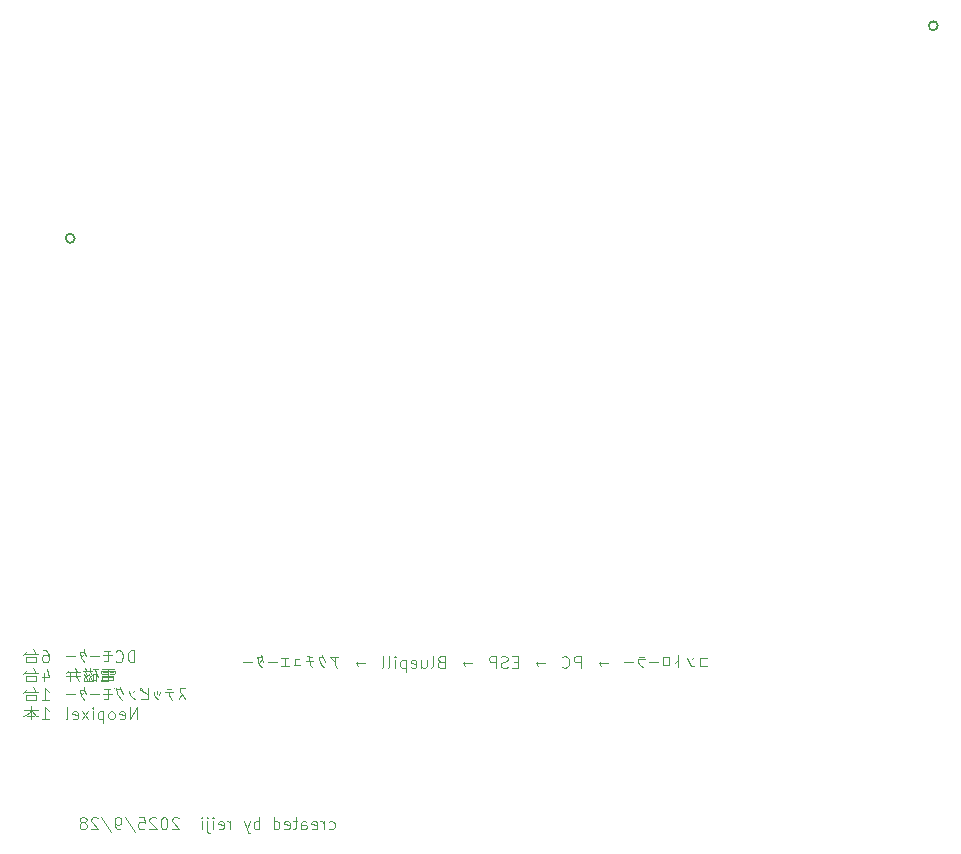
<source format=gbr>
%TF.GenerationSoftware,KiCad,Pcbnew,8.0.8*%
%TF.CreationDate,2025-09-27T22:11:16+09:00*%
%TF.ProjectId,esp_bluepill_board,6573705f-626c-4756-9570-696c6c5f626f,rev?*%
%TF.SameCoordinates,Original*%
%TF.FileFunction,Legend,Bot*%
%TF.FilePolarity,Positive*%
%FSLAX46Y46*%
G04 Gerber Fmt 4.6, Leading zero omitted, Abs format (unit mm)*
G04 Created by KiCad (PCBNEW 8.0.8) date 2025-09-27 22:11:16*
%MOMM*%
%LPD*%
G01*
G04 APERTURE LIST*
%ADD10C,0.100000*%
%ADD11C,0.152400*%
G04 APERTURE END LIST*
D10*
X79696115Y-80665276D02*
X79124687Y-80665276D01*
X79124687Y-80665276D02*
X79124687Y-81331942D01*
X79124687Y-81331942D02*
X79696115Y-81331942D01*
X78648496Y-80617657D02*
X78458020Y-80808133D01*
X78648496Y-81379561D02*
X78410401Y-81331942D01*
X78410401Y-81331942D02*
X78267544Y-81189085D01*
X78267544Y-81189085D02*
X78172306Y-81046228D01*
X78172306Y-81046228D02*
X78077068Y-80712895D01*
X77315163Y-80427180D02*
X77315163Y-81474800D01*
X77315163Y-80855752D02*
X77029449Y-81093847D01*
X76553258Y-80617657D02*
X76553258Y-81284323D01*
X76553258Y-80617657D02*
X75981830Y-80617657D01*
X75981830Y-80617657D02*
X75981830Y-81284323D01*
X75981830Y-81284323D02*
X76553258Y-81284323D01*
X75600877Y-80998609D02*
X74838973Y-80998609D01*
X74410401Y-80570038D02*
X73934211Y-80570038D01*
X74505639Y-80808133D02*
X73886592Y-80808133D01*
X73886592Y-80808133D02*
X73886592Y-81046228D01*
X73886592Y-81046228D02*
X73981830Y-81189085D01*
X73981830Y-81189085D02*
X74124687Y-81331942D01*
X74124687Y-81331942D02*
X74315163Y-81474800D01*
X73505639Y-80998609D02*
X72743735Y-80998609D01*
X71315163Y-81141466D02*
X70553259Y-81141466D01*
X70743735Y-81331942D02*
X70553259Y-81141466D01*
X70553259Y-81141466D02*
X70743735Y-80950990D01*
X69029449Y-81522419D02*
X69029449Y-80522419D01*
X69029449Y-80522419D02*
X68648497Y-80522419D01*
X68648497Y-80522419D02*
X68553259Y-80570038D01*
X68553259Y-80570038D02*
X68505640Y-80617657D01*
X68505640Y-80617657D02*
X68458021Y-80712895D01*
X68458021Y-80712895D02*
X68458021Y-80855752D01*
X68458021Y-80855752D02*
X68505640Y-80950990D01*
X68505640Y-80950990D02*
X68553259Y-80998609D01*
X68553259Y-80998609D02*
X68648497Y-81046228D01*
X68648497Y-81046228D02*
X69029449Y-81046228D01*
X67458021Y-81427180D02*
X67505640Y-81474800D01*
X67505640Y-81474800D02*
X67648497Y-81522419D01*
X67648497Y-81522419D02*
X67743735Y-81522419D01*
X67743735Y-81522419D02*
X67886592Y-81474800D01*
X67886592Y-81474800D02*
X67981830Y-81379561D01*
X67981830Y-81379561D02*
X68029449Y-81284323D01*
X68029449Y-81284323D02*
X68077068Y-81093847D01*
X68077068Y-81093847D02*
X68077068Y-80950990D01*
X68077068Y-80950990D02*
X68029449Y-80760514D01*
X68029449Y-80760514D02*
X67981830Y-80665276D01*
X67981830Y-80665276D02*
X67886592Y-80570038D01*
X67886592Y-80570038D02*
X67743735Y-80522419D01*
X67743735Y-80522419D02*
X67648497Y-80522419D01*
X67648497Y-80522419D02*
X67505640Y-80570038D01*
X67505640Y-80570038D02*
X67458021Y-80617657D01*
X65981830Y-81141466D02*
X65219926Y-81141466D01*
X65410402Y-81331942D02*
X65219926Y-81141466D01*
X65219926Y-81141466D02*
X65410402Y-80950990D01*
X63696116Y-80998609D02*
X63362783Y-80998609D01*
X63219926Y-81522419D02*
X63696116Y-81522419D01*
X63696116Y-81522419D02*
X63696116Y-80522419D01*
X63696116Y-80522419D02*
X63219926Y-80522419D01*
X62838973Y-81474800D02*
X62696116Y-81522419D01*
X62696116Y-81522419D02*
X62458021Y-81522419D01*
X62458021Y-81522419D02*
X62362783Y-81474800D01*
X62362783Y-81474800D02*
X62315164Y-81427180D01*
X62315164Y-81427180D02*
X62267545Y-81331942D01*
X62267545Y-81331942D02*
X62267545Y-81236704D01*
X62267545Y-81236704D02*
X62315164Y-81141466D01*
X62315164Y-81141466D02*
X62362783Y-81093847D01*
X62362783Y-81093847D02*
X62458021Y-81046228D01*
X62458021Y-81046228D02*
X62648497Y-80998609D01*
X62648497Y-80998609D02*
X62743735Y-80950990D01*
X62743735Y-80950990D02*
X62791354Y-80903371D01*
X62791354Y-80903371D02*
X62838973Y-80808133D01*
X62838973Y-80808133D02*
X62838973Y-80712895D01*
X62838973Y-80712895D02*
X62791354Y-80617657D01*
X62791354Y-80617657D02*
X62743735Y-80570038D01*
X62743735Y-80570038D02*
X62648497Y-80522419D01*
X62648497Y-80522419D02*
X62410402Y-80522419D01*
X62410402Y-80522419D02*
X62267545Y-80570038D01*
X61838973Y-81522419D02*
X61838973Y-80522419D01*
X61838973Y-80522419D02*
X61458021Y-80522419D01*
X61458021Y-80522419D02*
X61362783Y-80570038D01*
X61362783Y-80570038D02*
X61315164Y-80617657D01*
X61315164Y-80617657D02*
X61267545Y-80712895D01*
X61267545Y-80712895D02*
X61267545Y-80855752D01*
X61267545Y-80855752D02*
X61315164Y-80950990D01*
X61315164Y-80950990D02*
X61362783Y-80998609D01*
X61362783Y-80998609D02*
X61458021Y-81046228D01*
X61458021Y-81046228D02*
X61838973Y-81046228D01*
X59791354Y-81141466D02*
X59029450Y-81141466D01*
X59219926Y-81331942D02*
X59029450Y-81141466D01*
X59029450Y-81141466D02*
X59219926Y-80950990D01*
X57172307Y-80998609D02*
X57029450Y-81046228D01*
X57029450Y-81046228D02*
X56981831Y-81093847D01*
X56981831Y-81093847D02*
X56934212Y-81189085D01*
X56934212Y-81189085D02*
X56934212Y-81331942D01*
X56934212Y-81331942D02*
X56981831Y-81427180D01*
X56981831Y-81427180D02*
X57029450Y-81474800D01*
X57029450Y-81474800D02*
X57124688Y-81522419D01*
X57124688Y-81522419D02*
X57505640Y-81522419D01*
X57505640Y-81522419D02*
X57505640Y-80522419D01*
X57505640Y-80522419D02*
X57172307Y-80522419D01*
X57172307Y-80522419D02*
X57077069Y-80570038D01*
X57077069Y-80570038D02*
X57029450Y-80617657D01*
X57029450Y-80617657D02*
X56981831Y-80712895D01*
X56981831Y-80712895D02*
X56981831Y-80808133D01*
X56981831Y-80808133D02*
X57029450Y-80903371D01*
X57029450Y-80903371D02*
X57077069Y-80950990D01*
X57077069Y-80950990D02*
X57172307Y-80998609D01*
X57172307Y-80998609D02*
X57505640Y-80998609D01*
X56362783Y-81522419D02*
X56458021Y-81474800D01*
X56458021Y-81474800D02*
X56505640Y-81379561D01*
X56505640Y-81379561D02*
X56505640Y-80522419D01*
X55553259Y-80855752D02*
X55553259Y-81522419D01*
X55981830Y-80855752D02*
X55981830Y-81379561D01*
X55981830Y-81379561D02*
X55934211Y-81474800D01*
X55934211Y-81474800D02*
X55838973Y-81522419D01*
X55838973Y-81522419D02*
X55696116Y-81522419D01*
X55696116Y-81522419D02*
X55600878Y-81474800D01*
X55600878Y-81474800D02*
X55553259Y-81427180D01*
X54696116Y-81474800D02*
X54791354Y-81522419D01*
X54791354Y-81522419D02*
X54981830Y-81522419D01*
X54981830Y-81522419D02*
X55077068Y-81474800D01*
X55077068Y-81474800D02*
X55124687Y-81379561D01*
X55124687Y-81379561D02*
X55124687Y-80998609D01*
X55124687Y-80998609D02*
X55077068Y-80903371D01*
X55077068Y-80903371D02*
X54981830Y-80855752D01*
X54981830Y-80855752D02*
X54791354Y-80855752D01*
X54791354Y-80855752D02*
X54696116Y-80903371D01*
X54696116Y-80903371D02*
X54648497Y-80998609D01*
X54648497Y-80998609D02*
X54648497Y-81093847D01*
X54648497Y-81093847D02*
X55124687Y-81189085D01*
X54219925Y-80855752D02*
X54219925Y-81855752D01*
X54219925Y-80903371D02*
X54124687Y-80855752D01*
X54124687Y-80855752D02*
X53934211Y-80855752D01*
X53934211Y-80855752D02*
X53838973Y-80903371D01*
X53838973Y-80903371D02*
X53791354Y-80950990D01*
X53791354Y-80950990D02*
X53743735Y-81046228D01*
X53743735Y-81046228D02*
X53743735Y-81331942D01*
X53743735Y-81331942D02*
X53791354Y-81427180D01*
X53791354Y-81427180D02*
X53838973Y-81474800D01*
X53838973Y-81474800D02*
X53934211Y-81522419D01*
X53934211Y-81522419D02*
X54124687Y-81522419D01*
X54124687Y-81522419D02*
X54219925Y-81474800D01*
X53315163Y-81522419D02*
X53315163Y-80855752D01*
X53315163Y-80522419D02*
X53362782Y-80570038D01*
X53362782Y-80570038D02*
X53315163Y-80617657D01*
X53315163Y-80617657D02*
X53267544Y-80570038D01*
X53267544Y-80570038D02*
X53315163Y-80522419D01*
X53315163Y-80522419D02*
X53315163Y-80617657D01*
X52696116Y-81522419D02*
X52791354Y-81474800D01*
X52791354Y-81474800D02*
X52838973Y-81379561D01*
X52838973Y-81379561D02*
X52838973Y-80522419D01*
X52172306Y-81522419D02*
X52267544Y-81474800D01*
X52267544Y-81474800D02*
X52315163Y-81379561D01*
X52315163Y-81379561D02*
X52315163Y-80522419D01*
X50743734Y-81141466D02*
X49981830Y-81141466D01*
X50172306Y-81331942D02*
X49981830Y-81141466D01*
X49981830Y-81141466D02*
X50172306Y-80950990D01*
X48505639Y-80570038D02*
X47838973Y-80570038D01*
X47838973Y-80570038D02*
X47886592Y-80665276D01*
X47886592Y-80665276D02*
X47981830Y-80808133D01*
X47981830Y-80808133D02*
X48124687Y-80903371D01*
X48219925Y-80712895D02*
X48219925Y-81046228D01*
X48219925Y-81046228D02*
X48219925Y-81141466D01*
X48219925Y-81141466D02*
X48267544Y-81284323D01*
X48267544Y-81284323D02*
X48362782Y-81522419D01*
X47172306Y-80427180D02*
X47219925Y-80665276D01*
X47219925Y-80665276D02*
X47315163Y-80808133D01*
X47315163Y-80808133D02*
X47410401Y-80998609D01*
X47172306Y-80617657D02*
X46886592Y-80617657D01*
X46886592Y-80617657D02*
X46886592Y-80808133D01*
X46886592Y-80808133D02*
X46934211Y-80998609D01*
X46934211Y-80998609D02*
X47029449Y-81189085D01*
X47029449Y-81189085D02*
X47124687Y-81331942D01*
X47124687Y-81331942D02*
X47315163Y-81474800D01*
X46410401Y-80903371D02*
X45743735Y-80903371D01*
X45886592Y-80474800D02*
X45981830Y-80522419D01*
X45981830Y-80522419D02*
X46124687Y-80570038D01*
X46124687Y-80570038D02*
X46315163Y-80617657D01*
X46029449Y-80570038D02*
X46029449Y-80855752D01*
X46029449Y-80855752D02*
X46077068Y-81046228D01*
X46077068Y-81046228D02*
X46124687Y-81236704D01*
X46124687Y-81236704D02*
X46172306Y-81331942D01*
X46172306Y-81331942D02*
X46315163Y-81474800D01*
X45172306Y-80808133D02*
X44886592Y-80808133D01*
X44886592Y-80808133D02*
X44886592Y-81284323D01*
X45267544Y-81284323D02*
X44743735Y-81284323D01*
X44267544Y-80665276D02*
X43696116Y-80665276D01*
X44315163Y-81331942D02*
X43648497Y-81331942D01*
X43981830Y-80665276D02*
X43981830Y-81331942D01*
X43315163Y-80998609D02*
X42553259Y-80998609D01*
X42029449Y-80808133D02*
X41791354Y-81093847D01*
X41981830Y-80427180D02*
X42029449Y-80617657D01*
X42029449Y-80617657D02*
X42077068Y-80808133D01*
X42077068Y-80808133D02*
X42172306Y-80998609D01*
X41981830Y-80617657D02*
X41648497Y-80617657D01*
X41648497Y-80617657D02*
X41696116Y-80808133D01*
X41696116Y-80808133D02*
X41743735Y-80998609D01*
X41743735Y-80998609D02*
X41791354Y-81189085D01*
X41791354Y-81189085D02*
X41886592Y-81331942D01*
X41886592Y-81331942D02*
X42029449Y-81474800D01*
X41219925Y-80998609D02*
X40458021Y-80998609D01*
X31239597Y-81042587D02*
X31239597Y-80042587D01*
X31239597Y-80042587D02*
X31001502Y-80042587D01*
X31001502Y-80042587D02*
X30858645Y-80090206D01*
X30858645Y-80090206D02*
X30763407Y-80185444D01*
X30763407Y-80185444D02*
X30715788Y-80280682D01*
X30715788Y-80280682D02*
X30668169Y-80471158D01*
X30668169Y-80471158D02*
X30668169Y-80614015D01*
X30668169Y-80614015D02*
X30715788Y-80804491D01*
X30715788Y-80804491D02*
X30763407Y-80899729D01*
X30763407Y-80899729D02*
X30858645Y-80994968D01*
X30858645Y-80994968D02*
X31001502Y-81042587D01*
X31001502Y-81042587D02*
X31239597Y-81042587D01*
X29668169Y-80947348D02*
X29715788Y-80994968D01*
X29715788Y-80994968D02*
X29858645Y-81042587D01*
X29858645Y-81042587D02*
X29953883Y-81042587D01*
X29953883Y-81042587D02*
X30096740Y-80994968D01*
X30096740Y-80994968D02*
X30191978Y-80899729D01*
X30191978Y-80899729D02*
X30239597Y-80804491D01*
X30239597Y-80804491D02*
X30287216Y-80614015D01*
X30287216Y-80614015D02*
X30287216Y-80471158D01*
X30287216Y-80471158D02*
X30239597Y-80280682D01*
X30239597Y-80280682D02*
X30191978Y-80185444D01*
X30191978Y-80185444D02*
X30096740Y-80090206D01*
X30096740Y-80090206D02*
X29953883Y-80042587D01*
X29953883Y-80042587D02*
X29858645Y-80042587D01*
X29858645Y-80042587D02*
X29715788Y-80090206D01*
X29715788Y-80090206D02*
X29668169Y-80137825D01*
X29191978Y-80090206D02*
X28715788Y-80090206D01*
X29334835Y-80471158D02*
X28572931Y-80471158D01*
X29001502Y-80090206D02*
X29001502Y-80947348D01*
X29001502Y-80947348D02*
X28715788Y-80947348D01*
X28287216Y-80518777D02*
X27525312Y-80518777D01*
X27001502Y-80328301D02*
X26763407Y-80614015D01*
X26953883Y-79947348D02*
X27001502Y-80137825D01*
X27001502Y-80137825D02*
X27049121Y-80328301D01*
X27049121Y-80328301D02*
X27144359Y-80518777D01*
X26953883Y-80137825D02*
X26620550Y-80137825D01*
X26620550Y-80137825D02*
X26668169Y-80328301D01*
X26668169Y-80328301D02*
X26715788Y-80518777D01*
X26715788Y-80518777D02*
X26763407Y-80709253D01*
X26763407Y-80709253D02*
X26858645Y-80852110D01*
X26858645Y-80852110D02*
X27001502Y-80994968D01*
X26191978Y-80518777D02*
X25430074Y-80518777D01*
X23525312Y-80042587D02*
X23715788Y-80042587D01*
X23715788Y-80042587D02*
X23811026Y-80090206D01*
X23811026Y-80090206D02*
X23858645Y-80137825D01*
X23858645Y-80137825D02*
X23953883Y-80280682D01*
X23953883Y-80280682D02*
X24001502Y-80471158D01*
X24001502Y-80471158D02*
X24001502Y-80852110D01*
X24001502Y-80852110D02*
X23953883Y-80947348D01*
X23953883Y-80947348D02*
X23906264Y-80994968D01*
X23906264Y-80994968D02*
X23811026Y-81042587D01*
X23811026Y-81042587D02*
X23620550Y-81042587D01*
X23620550Y-81042587D02*
X23525312Y-80994968D01*
X23525312Y-80994968D02*
X23477693Y-80947348D01*
X23477693Y-80947348D02*
X23430074Y-80852110D01*
X23430074Y-80852110D02*
X23430074Y-80614015D01*
X23430074Y-80614015D02*
X23477693Y-80518777D01*
X23477693Y-80518777D02*
X23525312Y-80471158D01*
X23525312Y-80471158D02*
X23620550Y-80423539D01*
X23620550Y-80423539D02*
X23811026Y-80423539D01*
X23811026Y-80423539D02*
X23906264Y-80471158D01*
X23906264Y-80471158D02*
X23953883Y-80518777D01*
X23953883Y-80518777D02*
X24001502Y-80614015D01*
X23049121Y-80328301D02*
X21953883Y-80328301D01*
X22906264Y-80994968D02*
X22049121Y-80994968D01*
X22906264Y-80566396D02*
X22906264Y-81042587D01*
X22906264Y-80566396D02*
X22049121Y-80566396D01*
X22049121Y-80566396D02*
X22049121Y-81042587D01*
X22191979Y-80090206D02*
X21858645Y-80423539D01*
X22668169Y-79947348D02*
X22906264Y-80328301D01*
X29525310Y-81604912D02*
X28525310Y-81604912D01*
X29477691Y-81890626D02*
X29191977Y-81890626D01*
X28906263Y-81890626D02*
X28572929Y-81890626D01*
X29525310Y-82033483D02*
X29191977Y-82033483D01*
X28906263Y-82033483D02*
X28525310Y-82033483D01*
X29477691Y-82319197D02*
X28525310Y-82319197D01*
X29477691Y-82509673D02*
X28525310Y-82509673D01*
X29001501Y-82652531D02*
X28430072Y-82652531D01*
X29620548Y-81747769D02*
X29620548Y-81938245D01*
X29477691Y-82176340D02*
X29477691Y-82557292D01*
X29049120Y-81604912D02*
X29049120Y-82081102D01*
X29001501Y-82176340D02*
X29001501Y-82652531D01*
X29477691Y-82176340D02*
X28525310Y-82176340D01*
X28525310Y-82176340D02*
X28525310Y-82509673D01*
X29620548Y-81747769D02*
X28430072Y-81747769D01*
X28430072Y-81747769D02*
X28430072Y-81938245D01*
X28382453Y-82509673D02*
X28430072Y-82652531D01*
X28144358Y-81604912D02*
X27715787Y-81604912D01*
X27668168Y-81747769D02*
X26906263Y-81747769D01*
X28001501Y-82509673D02*
X27763406Y-82509673D01*
X28001501Y-81890626D02*
X28001501Y-82604912D01*
X28049120Y-82033483D02*
X27763406Y-82033483D01*
X27763406Y-82033483D02*
X27763406Y-82509673D01*
X27668168Y-82081102D02*
X27477692Y-82271578D01*
X27287216Y-82128721D02*
X27096739Y-82319197D01*
X27525311Y-81509673D02*
X27477692Y-81700150D01*
X27096739Y-81843007D02*
X27239597Y-82128721D01*
X27001501Y-82033483D02*
X27287216Y-82604912D01*
X27477692Y-81843007D02*
X27620549Y-82128721D01*
X27382454Y-82033483D02*
X27668168Y-82604912D01*
X27096739Y-81509673D02*
X27144358Y-81700150D01*
X27953882Y-81700150D02*
X28144358Y-82271578D01*
X27953882Y-81652531D02*
X28096739Y-82176340D01*
X27430073Y-82414435D02*
X27382454Y-82604912D01*
X27382454Y-82604912D02*
X27715787Y-82604912D01*
X27001501Y-82414435D02*
X26953882Y-82604912D01*
X26953882Y-82604912D02*
X27287216Y-82604912D01*
X26620549Y-81843007D02*
X25525311Y-81843007D01*
X26668168Y-82176340D02*
X25430073Y-82176340D01*
X25763407Y-81938245D02*
X25763407Y-82652531D01*
X25715787Y-81700150D02*
X25477692Y-81938245D01*
X26239597Y-81557292D02*
X26430073Y-81843007D01*
X26287216Y-81890626D02*
X26287216Y-82176340D01*
X26287216Y-82176340D02*
X26382454Y-82414435D01*
X26382454Y-82414435D02*
X26572930Y-82652531D01*
X23572931Y-81985864D02*
X23572931Y-82652531D01*
X23811026Y-81604912D02*
X24049121Y-82319197D01*
X24049121Y-82319197D02*
X23430074Y-82319197D01*
X23049121Y-81938245D02*
X21953883Y-81938245D01*
X22906264Y-82604912D02*
X22049121Y-82604912D01*
X22906264Y-82176340D02*
X22906264Y-82652531D01*
X22906264Y-82176340D02*
X22049121Y-82176340D01*
X22049121Y-82176340D02*
X22049121Y-82652531D01*
X22191979Y-81700150D02*
X21858645Y-82033483D01*
X22668169Y-81557292D02*
X22906264Y-81938245D01*
X35525311Y-83262475D02*
X35096740Y-83262475D01*
X35096740Y-83262475D02*
X35144359Y-83548189D01*
X35144359Y-83548189D02*
X35239597Y-83738665D01*
X35239597Y-83738665D02*
X35334835Y-83881522D01*
X35334835Y-83881522D02*
X35430073Y-84024379D01*
X35430073Y-84024379D02*
X35572930Y-84167236D01*
X35239597Y-83786284D02*
X35144359Y-83929141D01*
X35144359Y-83929141D02*
X35001502Y-84167236D01*
X34382454Y-83310094D02*
X34001502Y-83310094D01*
X34525311Y-83595808D02*
X33858645Y-83595808D01*
X34191978Y-83595808D02*
X34191978Y-83833903D01*
X34191978Y-83833903D02*
X34287216Y-84024379D01*
X34287216Y-84024379D02*
X34430073Y-84214856D01*
X33430073Y-83548189D02*
X33334835Y-83786284D01*
X33191978Y-83500570D02*
X33144359Y-83738665D01*
X32906264Y-83548189D02*
X32906264Y-83786284D01*
X32906264Y-83786284D02*
X32953883Y-83929141D01*
X32953883Y-83929141D02*
X33096740Y-84071998D01*
X33096740Y-84071998D02*
X33239597Y-84167236D01*
X32382454Y-83262475D02*
X32382454Y-84167236D01*
X32382454Y-84167236D02*
X31811026Y-84167236D01*
X31858645Y-83452951D02*
X32049121Y-83595808D01*
X32049121Y-83595808D02*
X32191978Y-83643427D01*
X32191978Y-83643427D02*
X32334835Y-83691046D01*
X31811026Y-83262475D02*
X31763407Y-83262475D01*
X31763407Y-83262475D02*
X31715788Y-83310094D01*
X31715788Y-83310094D02*
X31715788Y-83357713D01*
X31715788Y-83357713D02*
X31763407Y-83405332D01*
X31763407Y-83405332D02*
X31811026Y-83405332D01*
X31811026Y-83405332D02*
X31858645Y-83357713D01*
X31858645Y-83357713D02*
X31858645Y-83310094D01*
X31858645Y-83310094D02*
X31811026Y-83262475D01*
X31334835Y-83357713D02*
X31144359Y-83548189D01*
X31334835Y-84119617D02*
X31096740Y-84071998D01*
X31096740Y-84071998D02*
X30953883Y-83929141D01*
X30953883Y-83929141D02*
X30858645Y-83786284D01*
X30858645Y-83786284D02*
X30763407Y-83452951D01*
X30049121Y-83167236D02*
X30096740Y-83405332D01*
X30096740Y-83405332D02*
X30191978Y-83548189D01*
X30191978Y-83548189D02*
X30287216Y-83691046D01*
X30049121Y-83310094D02*
X29715788Y-83310094D01*
X29715788Y-83310094D02*
X29763407Y-83548189D01*
X29763407Y-83548189D02*
X29811026Y-83738665D01*
X29811026Y-83738665D02*
X29906264Y-83929141D01*
X29906264Y-83929141D02*
X30001502Y-84071998D01*
X30001502Y-84071998D02*
X30191978Y-84214856D01*
X29763407Y-83167236D02*
X29668169Y-83262475D01*
X29620550Y-83119617D02*
X29525312Y-83214856D01*
X29191978Y-83310094D02*
X28715788Y-83310094D01*
X29334835Y-83691046D02*
X28572931Y-83691046D01*
X29001502Y-83310094D02*
X29001502Y-84167236D01*
X29001502Y-84167236D02*
X28715788Y-84167236D01*
X28287216Y-83738665D02*
X27525312Y-83738665D01*
X27001502Y-83548189D02*
X26763407Y-83833903D01*
X26953883Y-83167236D02*
X27001502Y-83357713D01*
X27001502Y-83357713D02*
X27049121Y-83548189D01*
X27049121Y-83548189D02*
X27144359Y-83738665D01*
X26953883Y-83357713D02*
X26620550Y-83357713D01*
X26620550Y-83357713D02*
X26668169Y-83548189D01*
X26668169Y-83548189D02*
X26715788Y-83738665D01*
X26715788Y-83738665D02*
X26763407Y-83929141D01*
X26763407Y-83929141D02*
X26858645Y-84071998D01*
X26858645Y-84071998D02*
X27001502Y-84214856D01*
X26191978Y-83738665D02*
X25430074Y-83738665D01*
X23430074Y-84262475D02*
X24001502Y-84262475D01*
X23715788Y-84262475D02*
X23715788Y-83262475D01*
X23715788Y-83262475D02*
X23811026Y-83405332D01*
X23811026Y-83405332D02*
X23906264Y-83500570D01*
X23906264Y-83500570D02*
X24001502Y-83548189D01*
X23049121Y-83548189D02*
X21953883Y-83548189D01*
X22906264Y-84214856D02*
X22049121Y-84214856D01*
X22906264Y-83786284D02*
X22906264Y-84262475D01*
X22906264Y-83786284D02*
X22049121Y-83786284D01*
X22049121Y-83786284D02*
X22049121Y-84262475D01*
X22191979Y-83310094D02*
X21858645Y-83643427D01*
X22668169Y-83167236D02*
X22906264Y-83548189D01*
X31430074Y-85872419D02*
X31430074Y-84872419D01*
X31430074Y-84872419D02*
X30858646Y-85872419D01*
X30858646Y-85872419D02*
X30858646Y-84872419D01*
X30001503Y-85824800D02*
X30096741Y-85872419D01*
X30096741Y-85872419D02*
X30287217Y-85872419D01*
X30287217Y-85872419D02*
X30382455Y-85824800D01*
X30382455Y-85824800D02*
X30430074Y-85729561D01*
X30430074Y-85729561D02*
X30430074Y-85348609D01*
X30430074Y-85348609D02*
X30382455Y-85253371D01*
X30382455Y-85253371D02*
X30287217Y-85205752D01*
X30287217Y-85205752D02*
X30096741Y-85205752D01*
X30096741Y-85205752D02*
X30001503Y-85253371D01*
X30001503Y-85253371D02*
X29953884Y-85348609D01*
X29953884Y-85348609D02*
X29953884Y-85443847D01*
X29953884Y-85443847D02*
X30430074Y-85539085D01*
X29382455Y-85872419D02*
X29477693Y-85824800D01*
X29477693Y-85824800D02*
X29525312Y-85777180D01*
X29525312Y-85777180D02*
X29572931Y-85681942D01*
X29572931Y-85681942D02*
X29572931Y-85396228D01*
X29572931Y-85396228D02*
X29525312Y-85300990D01*
X29525312Y-85300990D02*
X29477693Y-85253371D01*
X29477693Y-85253371D02*
X29382455Y-85205752D01*
X29382455Y-85205752D02*
X29239598Y-85205752D01*
X29239598Y-85205752D02*
X29144360Y-85253371D01*
X29144360Y-85253371D02*
X29096741Y-85300990D01*
X29096741Y-85300990D02*
X29049122Y-85396228D01*
X29049122Y-85396228D02*
X29049122Y-85681942D01*
X29049122Y-85681942D02*
X29096741Y-85777180D01*
X29096741Y-85777180D02*
X29144360Y-85824800D01*
X29144360Y-85824800D02*
X29239598Y-85872419D01*
X29239598Y-85872419D02*
X29382455Y-85872419D01*
X28620550Y-85205752D02*
X28620550Y-86205752D01*
X28620550Y-85253371D02*
X28525312Y-85205752D01*
X28525312Y-85205752D02*
X28334836Y-85205752D01*
X28334836Y-85205752D02*
X28239598Y-85253371D01*
X28239598Y-85253371D02*
X28191979Y-85300990D01*
X28191979Y-85300990D02*
X28144360Y-85396228D01*
X28144360Y-85396228D02*
X28144360Y-85681942D01*
X28144360Y-85681942D02*
X28191979Y-85777180D01*
X28191979Y-85777180D02*
X28239598Y-85824800D01*
X28239598Y-85824800D02*
X28334836Y-85872419D01*
X28334836Y-85872419D02*
X28525312Y-85872419D01*
X28525312Y-85872419D02*
X28620550Y-85824800D01*
X27715788Y-85872419D02*
X27715788Y-85205752D01*
X27715788Y-84872419D02*
X27763407Y-84920038D01*
X27763407Y-84920038D02*
X27715788Y-84967657D01*
X27715788Y-84967657D02*
X27668169Y-84920038D01*
X27668169Y-84920038D02*
X27715788Y-84872419D01*
X27715788Y-84872419D02*
X27715788Y-84967657D01*
X27334836Y-85872419D02*
X26811027Y-85205752D01*
X27334836Y-85205752D02*
X26811027Y-85872419D01*
X26049122Y-85824800D02*
X26144360Y-85872419D01*
X26144360Y-85872419D02*
X26334836Y-85872419D01*
X26334836Y-85872419D02*
X26430074Y-85824800D01*
X26430074Y-85824800D02*
X26477693Y-85729561D01*
X26477693Y-85729561D02*
X26477693Y-85348609D01*
X26477693Y-85348609D02*
X26430074Y-85253371D01*
X26430074Y-85253371D02*
X26334836Y-85205752D01*
X26334836Y-85205752D02*
X26144360Y-85205752D01*
X26144360Y-85205752D02*
X26049122Y-85253371D01*
X26049122Y-85253371D02*
X26001503Y-85348609D01*
X26001503Y-85348609D02*
X26001503Y-85443847D01*
X26001503Y-85443847D02*
X26477693Y-85539085D01*
X25430074Y-85872419D02*
X25525312Y-85824800D01*
X25525312Y-85824800D02*
X25572931Y-85729561D01*
X25572931Y-85729561D02*
X25572931Y-84872419D01*
X23430074Y-85872419D02*
X24001502Y-85872419D01*
X23715788Y-85872419D02*
X23715788Y-84872419D01*
X23715788Y-84872419D02*
X23811026Y-85015276D01*
X23811026Y-85015276D02*
X23906264Y-85110514D01*
X23906264Y-85110514D02*
X24001502Y-85158133D01*
X23049121Y-85062895D02*
X21906264Y-85062895D01*
X22763407Y-85634323D02*
X22191979Y-85634323D01*
X22477693Y-84729561D02*
X22477693Y-85872419D01*
X22477693Y-85062895D02*
X22572931Y-85205752D01*
X22572931Y-85205752D02*
X22953883Y-85586704D01*
X22953883Y-85586704D02*
X23096740Y-85634323D01*
X22477693Y-85062895D02*
X22382455Y-85253371D01*
X22382455Y-85253371D02*
X22049121Y-85539085D01*
X22049121Y-85539085D02*
X21858645Y-85634323D01*
X47717544Y-95124800D02*
X47812782Y-95172419D01*
X47812782Y-95172419D02*
X48003258Y-95172419D01*
X48003258Y-95172419D02*
X48098496Y-95124800D01*
X48098496Y-95124800D02*
X48146115Y-95077180D01*
X48146115Y-95077180D02*
X48193734Y-94981942D01*
X48193734Y-94981942D02*
X48193734Y-94696228D01*
X48193734Y-94696228D02*
X48146115Y-94600990D01*
X48146115Y-94600990D02*
X48098496Y-94553371D01*
X48098496Y-94553371D02*
X48003258Y-94505752D01*
X48003258Y-94505752D02*
X47812782Y-94505752D01*
X47812782Y-94505752D02*
X47717544Y-94553371D01*
X47288972Y-95172419D02*
X47288972Y-94505752D01*
X47288972Y-94696228D02*
X47241353Y-94600990D01*
X47241353Y-94600990D02*
X47193734Y-94553371D01*
X47193734Y-94553371D02*
X47098496Y-94505752D01*
X47098496Y-94505752D02*
X47003258Y-94505752D01*
X46288972Y-95124800D02*
X46384210Y-95172419D01*
X46384210Y-95172419D02*
X46574686Y-95172419D01*
X46574686Y-95172419D02*
X46669924Y-95124800D01*
X46669924Y-95124800D02*
X46717543Y-95029561D01*
X46717543Y-95029561D02*
X46717543Y-94648609D01*
X46717543Y-94648609D02*
X46669924Y-94553371D01*
X46669924Y-94553371D02*
X46574686Y-94505752D01*
X46574686Y-94505752D02*
X46384210Y-94505752D01*
X46384210Y-94505752D02*
X46288972Y-94553371D01*
X46288972Y-94553371D02*
X46241353Y-94648609D01*
X46241353Y-94648609D02*
X46241353Y-94743847D01*
X46241353Y-94743847D02*
X46717543Y-94839085D01*
X45384210Y-95172419D02*
X45384210Y-94648609D01*
X45384210Y-94648609D02*
X45431829Y-94553371D01*
X45431829Y-94553371D02*
X45527067Y-94505752D01*
X45527067Y-94505752D02*
X45717543Y-94505752D01*
X45717543Y-94505752D02*
X45812781Y-94553371D01*
X45384210Y-95124800D02*
X45479448Y-95172419D01*
X45479448Y-95172419D02*
X45717543Y-95172419D01*
X45717543Y-95172419D02*
X45812781Y-95124800D01*
X45812781Y-95124800D02*
X45860400Y-95029561D01*
X45860400Y-95029561D02*
X45860400Y-94934323D01*
X45860400Y-94934323D02*
X45812781Y-94839085D01*
X45812781Y-94839085D02*
X45717543Y-94791466D01*
X45717543Y-94791466D02*
X45479448Y-94791466D01*
X45479448Y-94791466D02*
X45384210Y-94743847D01*
X45050876Y-94505752D02*
X44669924Y-94505752D01*
X44908019Y-94172419D02*
X44908019Y-95029561D01*
X44908019Y-95029561D02*
X44860400Y-95124800D01*
X44860400Y-95124800D02*
X44765162Y-95172419D01*
X44765162Y-95172419D02*
X44669924Y-95172419D01*
X43955638Y-95124800D02*
X44050876Y-95172419D01*
X44050876Y-95172419D02*
X44241352Y-95172419D01*
X44241352Y-95172419D02*
X44336590Y-95124800D01*
X44336590Y-95124800D02*
X44384209Y-95029561D01*
X44384209Y-95029561D02*
X44384209Y-94648609D01*
X44384209Y-94648609D02*
X44336590Y-94553371D01*
X44336590Y-94553371D02*
X44241352Y-94505752D01*
X44241352Y-94505752D02*
X44050876Y-94505752D01*
X44050876Y-94505752D02*
X43955638Y-94553371D01*
X43955638Y-94553371D02*
X43908019Y-94648609D01*
X43908019Y-94648609D02*
X43908019Y-94743847D01*
X43908019Y-94743847D02*
X44384209Y-94839085D01*
X43050876Y-95172419D02*
X43050876Y-94172419D01*
X43050876Y-95124800D02*
X43146114Y-95172419D01*
X43146114Y-95172419D02*
X43336590Y-95172419D01*
X43336590Y-95172419D02*
X43431828Y-95124800D01*
X43431828Y-95124800D02*
X43479447Y-95077180D01*
X43479447Y-95077180D02*
X43527066Y-94981942D01*
X43527066Y-94981942D02*
X43527066Y-94696228D01*
X43527066Y-94696228D02*
X43479447Y-94600990D01*
X43479447Y-94600990D02*
X43431828Y-94553371D01*
X43431828Y-94553371D02*
X43336590Y-94505752D01*
X43336590Y-94505752D02*
X43146114Y-94505752D01*
X43146114Y-94505752D02*
X43050876Y-94553371D01*
X41812780Y-95172419D02*
X41812780Y-94172419D01*
X41812780Y-94553371D02*
X41717542Y-94505752D01*
X41717542Y-94505752D02*
X41527066Y-94505752D01*
X41527066Y-94505752D02*
X41431828Y-94553371D01*
X41431828Y-94553371D02*
X41384209Y-94600990D01*
X41384209Y-94600990D02*
X41336590Y-94696228D01*
X41336590Y-94696228D02*
X41336590Y-94981942D01*
X41336590Y-94981942D02*
X41384209Y-95077180D01*
X41384209Y-95077180D02*
X41431828Y-95124800D01*
X41431828Y-95124800D02*
X41527066Y-95172419D01*
X41527066Y-95172419D02*
X41717542Y-95172419D01*
X41717542Y-95172419D02*
X41812780Y-95124800D01*
X41003256Y-94505752D02*
X40765161Y-95172419D01*
X40527066Y-94505752D02*
X40765161Y-95172419D01*
X40765161Y-95172419D02*
X40860399Y-95410514D01*
X40860399Y-95410514D02*
X40908018Y-95458133D01*
X40908018Y-95458133D02*
X41003256Y-95505752D01*
X39384208Y-95172419D02*
X39384208Y-94505752D01*
X39384208Y-94696228D02*
X39336589Y-94600990D01*
X39336589Y-94600990D02*
X39288970Y-94553371D01*
X39288970Y-94553371D02*
X39193732Y-94505752D01*
X39193732Y-94505752D02*
X39098494Y-94505752D01*
X38384208Y-95124800D02*
X38479446Y-95172419D01*
X38479446Y-95172419D02*
X38669922Y-95172419D01*
X38669922Y-95172419D02*
X38765160Y-95124800D01*
X38765160Y-95124800D02*
X38812779Y-95029561D01*
X38812779Y-95029561D02*
X38812779Y-94648609D01*
X38812779Y-94648609D02*
X38765160Y-94553371D01*
X38765160Y-94553371D02*
X38669922Y-94505752D01*
X38669922Y-94505752D02*
X38479446Y-94505752D01*
X38479446Y-94505752D02*
X38384208Y-94553371D01*
X38384208Y-94553371D02*
X38336589Y-94648609D01*
X38336589Y-94648609D02*
X38336589Y-94743847D01*
X38336589Y-94743847D02*
X38812779Y-94839085D01*
X37908017Y-95172419D02*
X37908017Y-94505752D01*
X37908017Y-94172419D02*
X37955636Y-94220038D01*
X37955636Y-94220038D02*
X37908017Y-94267657D01*
X37908017Y-94267657D02*
X37860398Y-94220038D01*
X37860398Y-94220038D02*
X37908017Y-94172419D01*
X37908017Y-94172419D02*
X37908017Y-94267657D01*
X37431827Y-94505752D02*
X37431827Y-95362895D01*
X37431827Y-95362895D02*
X37479446Y-95458133D01*
X37479446Y-95458133D02*
X37574684Y-95505752D01*
X37574684Y-95505752D02*
X37622303Y-95505752D01*
X37431827Y-94172419D02*
X37479446Y-94220038D01*
X37479446Y-94220038D02*
X37431827Y-94267657D01*
X37431827Y-94267657D02*
X37384208Y-94220038D01*
X37384208Y-94220038D02*
X37431827Y-94172419D01*
X37431827Y-94172419D02*
X37431827Y-94267657D01*
X36955637Y-95172419D02*
X36955637Y-94505752D01*
X36955637Y-94172419D02*
X37003256Y-94220038D01*
X37003256Y-94220038D02*
X36955637Y-94267657D01*
X36955637Y-94267657D02*
X36908018Y-94220038D01*
X36908018Y-94220038D02*
X36955637Y-94172419D01*
X36955637Y-94172419D02*
X36955637Y-94267657D01*
X35003256Y-94267657D02*
X34955637Y-94220038D01*
X34955637Y-94220038D02*
X34860399Y-94172419D01*
X34860399Y-94172419D02*
X34622304Y-94172419D01*
X34622304Y-94172419D02*
X34527066Y-94220038D01*
X34527066Y-94220038D02*
X34479447Y-94267657D01*
X34479447Y-94267657D02*
X34431828Y-94362895D01*
X34431828Y-94362895D02*
X34431828Y-94458133D01*
X34431828Y-94458133D02*
X34479447Y-94600990D01*
X34479447Y-94600990D02*
X35050875Y-95172419D01*
X35050875Y-95172419D02*
X34431828Y-95172419D01*
X33812780Y-94172419D02*
X33717542Y-94172419D01*
X33717542Y-94172419D02*
X33622304Y-94220038D01*
X33622304Y-94220038D02*
X33574685Y-94267657D01*
X33574685Y-94267657D02*
X33527066Y-94362895D01*
X33527066Y-94362895D02*
X33479447Y-94553371D01*
X33479447Y-94553371D02*
X33479447Y-94791466D01*
X33479447Y-94791466D02*
X33527066Y-94981942D01*
X33527066Y-94981942D02*
X33574685Y-95077180D01*
X33574685Y-95077180D02*
X33622304Y-95124800D01*
X33622304Y-95124800D02*
X33717542Y-95172419D01*
X33717542Y-95172419D02*
X33812780Y-95172419D01*
X33812780Y-95172419D02*
X33908018Y-95124800D01*
X33908018Y-95124800D02*
X33955637Y-95077180D01*
X33955637Y-95077180D02*
X34003256Y-94981942D01*
X34003256Y-94981942D02*
X34050875Y-94791466D01*
X34050875Y-94791466D02*
X34050875Y-94553371D01*
X34050875Y-94553371D02*
X34003256Y-94362895D01*
X34003256Y-94362895D02*
X33955637Y-94267657D01*
X33955637Y-94267657D02*
X33908018Y-94220038D01*
X33908018Y-94220038D02*
X33812780Y-94172419D01*
X33098494Y-94267657D02*
X33050875Y-94220038D01*
X33050875Y-94220038D02*
X32955637Y-94172419D01*
X32955637Y-94172419D02*
X32717542Y-94172419D01*
X32717542Y-94172419D02*
X32622304Y-94220038D01*
X32622304Y-94220038D02*
X32574685Y-94267657D01*
X32574685Y-94267657D02*
X32527066Y-94362895D01*
X32527066Y-94362895D02*
X32527066Y-94458133D01*
X32527066Y-94458133D02*
X32574685Y-94600990D01*
X32574685Y-94600990D02*
X33146113Y-95172419D01*
X33146113Y-95172419D02*
X32527066Y-95172419D01*
X31622304Y-94172419D02*
X32098494Y-94172419D01*
X32098494Y-94172419D02*
X32146113Y-94648609D01*
X32146113Y-94648609D02*
X32098494Y-94600990D01*
X32098494Y-94600990D02*
X32003256Y-94553371D01*
X32003256Y-94553371D02*
X31765161Y-94553371D01*
X31765161Y-94553371D02*
X31669923Y-94600990D01*
X31669923Y-94600990D02*
X31622304Y-94648609D01*
X31622304Y-94648609D02*
X31574685Y-94743847D01*
X31574685Y-94743847D02*
X31574685Y-94981942D01*
X31574685Y-94981942D02*
X31622304Y-95077180D01*
X31622304Y-95077180D02*
X31669923Y-95124800D01*
X31669923Y-95124800D02*
X31765161Y-95172419D01*
X31765161Y-95172419D02*
X32003256Y-95172419D01*
X32003256Y-95172419D02*
X32098494Y-95124800D01*
X32098494Y-95124800D02*
X32146113Y-95077180D01*
X30431828Y-94124800D02*
X31288970Y-95410514D01*
X30050875Y-95172419D02*
X29860399Y-95172419D01*
X29860399Y-95172419D02*
X29765161Y-95124800D01*
X29765161Y-95124800D02*
X29717542Y-95077180D01*
X29717542Y-95077180D02*
X29622304Y-94934323D01*
X29622304Y-94934323D02*
X29574685Y-94743847D01*
X29574685Y-94743847D02*
X29574685Y-94362895D01*
X29574685Y-94362895D02*
X29622304Y-94267657D01*
X29622304Y-94267657D02*
X29669923Y-94220038D01*
X29669923Y-94220038D02*
X29765161Y-94172419D01*
X29765161Y-94172419D02*
X29955637Y-94172419D01*
X29955637Y-94172419D02*
X30050875Y-94220038D01*
X30050875Y-94220038D02*
X30098494Y-94267657D01*
X30098494Y-94267657D02*
X30146113Y-94362895D01*
X30146113Y-94362895D02*
X30146113Y-94600990D01*
X30146113Y-94600990D02*
X30098494Y-94696228D01*
X30098494Y-94696228D02*
X30050875Y-94743847D01*
X30050875Y-94743847D02*
X29955637Y-94791466D01*
X29955637Y-94791466D02*
X29765161Y-94791466D01*
X29765161Y-94791466D02*
X29669923Y-94743847D01*
X29669923Y-94743847D02*
X29622304Y-94696228D01*
X29622304Y-94696228D02*
X29574685Y-94600990D01*
X28431828Y-94124800D02*
X29288970Y-95410514D01*
X28146113Y-94267657D02*
X28098494Y-94220038D01*
X28098494Y-94220038D02*
X28003256Y-94172419D01*
X28003256Y-94172419D02*
X27765161Y-94172419D01*
X27765161Y-94172419D02*
X27669923Y-94220038D01*
X27669923Y-94220038D02*
X27622304Y-94267657D01*
X27622304Y-94267657D02*
X27574685Y-94362895D01*
X27574685Y-94362895D02*
X27574685Y-94458133D01*
X27574685Y-94458133D02*
X27622304Y-94600990D01*
X27622304Y-94600990D02*
X28193732Y-95172419D01*
X28193732Y-95172419D02*
X27574685Y-95172419D01*
X27003256Y-94600990D02*
X27098494Y-94553371D01*
X27098494Y-94553371D02*
X27146113Y-94505752D01*
X27146113Y-94505752D02*
X27193732Y-94410514D01*
X27193732Y-94410514D02*
X27193732Y-94362895D01*
X27193732Y-94362895D02*
X27146113Y-94267657D01*
X27146113Y-94267657D02*
X27098494Y-94220038D01*
X27098494Y-94220038D02*
X27003256Y-94172419D01*
X27003256Y-94172419D02*
X26812780Y-94172419D01*
X26812780Y-94172419D02*
X26717542Y-94220038D01*
X26717542Y-94220038D02*
X26669923Y-94267657D01*
X26669923Y-94267657D02*
X26622304Y-94362895D01*
X26622304Y-94362895D02*
X26622304Y-94410514D01*
X26622304Y-94410514D02*
X26669923Y-94505752D01*
X26669923Y-94505752D02*
X26717542Y-94553371D01*
X26717542Y-94553371D02*
X26812780Y-94600990D01*
X26812780Y-94600990D02*
X27003256Y-94600990D01*
X27003256Y-94600990D02*
X27098494Y-94648609D01*
X27098494Y-94648609D02*
X27146113Y-94696228D01*
X27146113Y-94696228D02*
X27193732Y-94791466D01*
X27193732Y-94791466D02*
X27193732Y-94981942D01*
X27193732Y-94981942D02*
X27146113Y-95077180D01*
X27146113Y-95077180D02*
X27098494Y-95124800D01*
X27098494Y-95124800D02*
X27003256Y-95172419D01*
X27003256Y-95172419D02*
X26812780Y-95172419D01*
X26812780Y-95172419D02*
X26717542Y-95124800D01*
X26717542Y-95124800D02*
X26669923Y-95077180D01*
X26669923Y-95077180D02*
X26622304Y-94981942D01*
X26622304Y-94981942D02*
X26622304Y-94791466D01*
X26622304Y-94791466D02*
X26669923Y-94696228D01*
X26669923Y-94696228D02*
X26717542Y-94648609D01*
X26717542Y-94648609D02*
X26812780Y-94600990D01*
D11*
%TO.C,J3*%
X26192000Y-45145000D02*
G75*
G02*
X25430000Y-45145000I-381000J0D01*
G01*
X25430000Y-45145000D02*
G75*
G02*
X26192000Y-45145000I381000J0D01*
G01*
%TO.C,J2*%
X99270000Y-27155000D02*
G75*
G02*
X98508000Y-27155000I-381000J0D01*
G01*
X98508000Y-27155000D02*
G75*
G02*
X99270000Y-27155000I381000J0D01*
G01*
%TD*%
M02*

</source>
